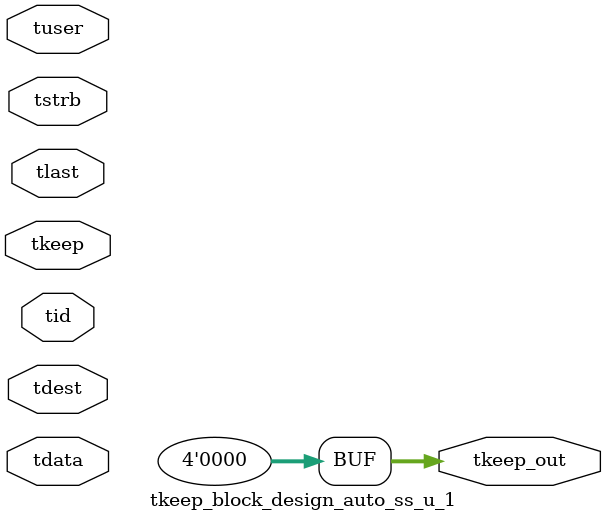
<source format=v>


`timescale 1ps/1ps

module tkeep_block_design_auto_ss_u_1 #
(
parameter C_S_AXIS_TDATA_WIDTH = 32,
parameter C_S_AXIS_TUSER_WIDTH = 0,
parameter C_S_AXIS_TID_WIDTH   = 0,
parameter C_S_AXIS_TDEST_WIDTH = 0,
parameter C_M_AXIS_TDATA_WIDTH = 32
)
(
input  [(C_S_AXIS_TDATA_WIDTH == 0 ? 1 : C_S_AXIS_TDATA_WIDTH)-1:0     ] tdata,
input  [(C_S_AXIS_TUSER_WIDTH == 0 ? 1 : C_S_AXIS_TUSER_WIDTH)-1:0     ] tuser,
input  [(C_S_AXIS_TID_WIDTH   == 0 ? 1 : C_S_AXIS_TID_WIDTH)-1:0       ] tid,
input  [(C_S_AXIS_TDEST_WIDTH == 0 ? 1 : C_S_AXIS_TDEST_WIDTH)-1:0     ] tdest,
input  [(C_S_AXIS_TDATA_WIDTH/8)-1:0 ] tkeep,
input  [(C_S_AXIS_TDATA_WIDTH/8)-1:0 ] tstrb,
input                                                                    tlast,
output [(C_M_AXIS_TDATA_WIDTH/8)-1:0 ] tkeep_out
);

assign tkeep_out = {1'b0};

endmodule


</source>
